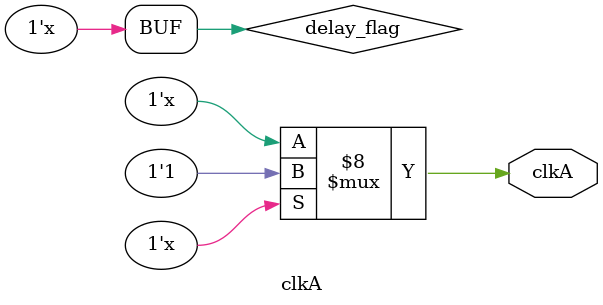
<source format=v>
`timescale 1ns / 10ps


module clkA(


	output reg clkA

);

reg delay_flag = 0;
parameter delay_time = 2;
parameter clkA_period = 46;

initial clkA = 0;
	
always  
begin
 	if (!delay_flag) 
 	begin
 		
 		#delay_time;
 		delay_flag = ~delay_flag;
 		clkA = 1;
 		
 	end

 	else 
 	begin
 		
 		#(clkA_period/2)clkA = ~clkA;

 	end
 end 

endmodule

</source>
